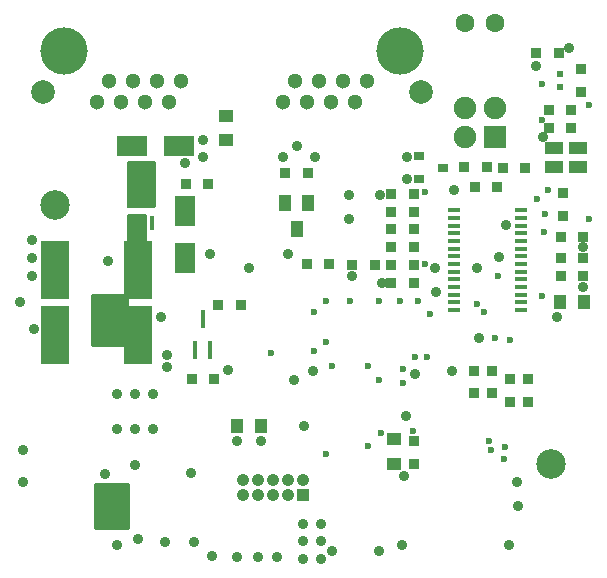
<source format=gts>
G04 #@! TF.FileFunction,Soldermask,Top*
%FSLAX46Y46*%
G04 Gerber Fmt 4.6, Leading zero omitted, Abs format (unit mm)*
G04 Created by KiCad (PCBNEW 4.0.7-e0-6372~58~ubuntu16.10.1) date Thu Nov  8 17:11:35 2018*
%MOMM*%
%LPD*%
G01*
G04 APERTURE LIST*
%ADD10C,0.150000*%
%ADD11C,1.300000*%
%ADD12C,4.000000*%
%ADD13C,2.000000*%
%ADD14R,1.250000X1.000000*%
%ADD15R,1.800860X2.499360*%
%ADD16R,2.499360X1.800860*%
%ADD17R,1.050000X1.050000*%
%ADD18C,1.050000*%
%ADD19R,0.900000X0.900000*%
%ADD20R,0.405000X1.300000*%
%ADD21R,2.235000X1.725000*%
%ADD22R,1.300000X1.000000*%
%ADD23R,1.100000X0.400000*%
%ADD24C,2.500000*%
%ADD25R,0.450000X1.500000*%
%ADD26R,1.000000X1.400000*%
%ADD27R,0.900000X0.800000*%
%ADD28R,1.900000X1.900000*%
%ADD29C,1.900000*%
%ADD30C,1.600000*%
%ADD31R,0.600000X0.600000*%
%ADD32R,1.000000X1.250000*%
%ADD33R,1.600000X1.100000*%
%ADD34R,2.400000X5.000000*%
%ADD35C,0.600000*%
%ADD36C,0.889000*%
%ADD37C,0.254000*%
G04 APERTURE END LIST*
D10*
D11*
X14675000Y-8540000D03*
X8585000Y-8540000D03*
X12645000Y-8540000D03*
X10615000Y-8540000D03*
X13655000Y-10320000D03*
X11625000Y-10320000D03*
X9595000Y-10320000D03*
X7565000Y-10320000D03*
D12*
X33225000Y-6000000D03*
D13*
X3000000Y-9430000D03*
D11*
X23315000Y-10320000D03*
X25345000Y-10320000D03*
X27375000Y-10320000D03*
X29405000Y-10320000D03*
X26365000Y-8540000D03*
X28395000Y-8540000D03*
X24335000Y-8540000D03*
X30425000Y-8540000D03*
D12*
X4775000Y-6000000D03*
D13*
X35000000Y-9430000D03*
D14*
X18500000Y-11500000D03*
X18500000Y-13500000D03*
D15*
X15000000Y-23498980D03*
X15000000Y-19501020D03*
D16*
X10501020Y-14000000D03*
X14498980Y-14000000D03*
D17*
X25000000Y-43600000D03*
D18*
X23730000Y-43600000D03*
X22460000Y-43600000D03*
X21190000Y-43600000D03*
X19920000Y-43600000D03*
X23730000Y-42330000D03*
X22460000Y-42330000D03*
X21190000Y-42330000D03*
X19920000Y-42330000D03*
X25000000Y-42330000D03*
D19*
X16950000Y-17250000D03*
X15050000Y-17250000D03*
D20*
X12175000Y-17050000D03*
X11525000Y-17050000D03*
X10875000Y-17050000D03*
X10225000Y-17050000D03*
X10225000Y-20535000D03*
X10875000Y-20535000D03*
X11525000Y-20535000D03*
X12175000Y-20535000D03*
D21*
X11200000Y-18400000D03*
D22*
X32700000Y-40950000D03*
X32700000Y-38850000D03*
D23*
X37750000Y-19475000D03*
X37750000Y-20125000D03*
X37750000Y-20775000D03*
X37750000Y-21425000D03*
X37750000Y-22075000D03*
X37750000Y-22725000D03*
X37750000Y-23375000D03*
X37750000Y-24025000D03*
X37750000Y-24675000D03*
X37750000Y-25325000D03*
X37750000Y-25975000D03*
X37750000Y-26625000D03*
X37750000Y-27275000D03*
X37750000Y-27925000D03*
X43450000Y-27925000D03*
X43450000Y-27275000D03*
X43450000Y-26625000D03*
X43450000Y-25975000D03*
X43450000Y-25325000D03*
X43450000Y-24675000D03*
X43450000Y-24025000D03*
X43450000Y-23375000D03*
X43450000Y-22725000D03*
X43450000Y-22075000D03*
X43450000Y-21425000D03*
X43450000Y-20775000D03*
X43450000Y-20125000D03*
X43450000Y-19475000D03*
D24*
X4000000Y-19000000D03*
X46000000Y-41000000D03*
D25*
X15850000Y-31330000D03*
X17150000Y-31330000D03*
X16500000Y-28670000D03*
D26*
X25400000Y-18900000D03*
X23500000Y-18900000D03*
X24450000Y-21100000D03*
D27*
X34820000Y-14910000D03*
X34820000Y-16810000D03*
X36820000Y-15860000D03*
D19*
X25300000Y-24000000D03*
X27200000Y-24000000D03*
X19700000Y-27500000D03*
X17800000Y-27500000D03*
X38650000Y-15850000D03*
X40550000Y-15850000D03*
X15550000Y-33750000D03*
X17450000Y-33750000D03*
D28*
X41200000Y-13300000D03*
D29*
X38700000Y-13300000D03*
X41200000Y-10800000D03*
X38700000Y-10800000D03*
D30*
X41200000Y-3620000D03*
X38700000Y-3620000D03*
D19*
X41450000Y-17500000D03*
X39550000Y-17500000D03*
X34350000Y-19600000D03*
X32450000Y-19600000D03*
X34350000Y-22600000D03*
X32450000Y-22600000D03*
X34350000Y-25600000D03*
X32450000Y-25600000D03*
D31*
X46750000Y-9050000D03*
X46750000Y-7950000D03*
D19*
X48500000Y-7550000D03*
X48500000Y-9450000D03*
X47000000Y-18050000D03*
X47000000Y-19950000D03*
X34350000Y-18100000D03*
X32450000Y-18100000D03*
X32450000Y-21100000D03*
X34350000Y-21100000D03*
X46800000Y-23500000D03*
X48700000Y-23500000D03*
X46800000Y-25000000D03*
X48700000Y-25000000D03*
X46800000Y-21700000D03*
X48700000Y-21700000D03*
X23500000Y-16350000D03*
X25400000Y-16350000D03*
X43800000Y-15900000D03*
X41900000Y-15900000D03*
X29150000Y-24100000D03*
X31050000Y-24100000D03*
X34350000Y-24100000D03*
X32450000Y-24100000D03*
X47700000Y-12500000D03*
X45800000Y-12500000D03*
X47700000Y-11000000D03*
X45800000Y-11000000D03*
X34400000Y-39050000D03*
X34400000Y-40950000D03*
X44750000Y-6200000D03*
X46650000Y-6200000D03*
X44000000Y-35700000D03*
X44000000Y-33800000D03*
X42500000Y-35700000D03*
X42500000Y-33800000D03*
X39500000Y-33050000D03*
X39500000Y-34950000D03*
X41000000Y-33050000D03*
X41000000Y-34950000D03*
D32*
X19400000Y-37750000D03*
X21400000Y-37750000D03*
X48750000Y-27250000D03*
X46750000Y-27250000D03*
D33*
X48300000Y-14200000D03*
X46200000Y-14200000D03*
X46200000Y-15800000D03*
X48300000Y-15800000D03*
D34*
X4000000Y-24500000D03*
X11000000Y-24500000D03*
X4000000Y-30000000D03*
X11000000Y-30000000D03*
D35*
X34300000Y-38200000D03*
D36*
X2000000Y-25000000D03*
X2000000Y-23500000D03*
X15500000Y-41750000D03*
X2250000Y-29500000D03*
X1000000Y-27250000D03*
X2000000Y-22000000D03*
X12950000Y-28550000D03*
X17091421Y-23177209D03*
X16500000Y-15000000D03*
D35*
X45250000Y-8750000D03*
D36*
X44750000Y-7250000D03*
D35*
X49200000Y-20200000D03*
X49200000Y-10600000D03*
X45200000Y-11800000D03*
D36*
X45300000Y-13300000D03*
X41600000Y-23400000D03*
X37800000Y-17800000D03*
X31500000Y-18200000D03*
X48700000Y-25950000D03*
X48700000Y-22600000D03*
X21400000Y-39000000D03*
X16500000Y-13500000D03*
X33500000Y-42000000D03*
X1250000Y-42500000D03*
X1250000Y-39750000D03*
X17250000Y-48750000D03*
X19400000Y-48800000D03*
X21200000Y-48800000D03*
X22800000Y-48800000D03*
X18600000Y-33000000D03*
X42400000Y-47800000D03*
X15000000Y-15500000D03*
X28850000Y-18200000D03*
X29150000Y-25000000D03*
X31700000Y-25600000D03*
X42200000Y-20750000D03*
D35*
X35700000Y-28300000D03*
D36*
X33700000Y-36900000D03*
X31400000Y-48300000D03*
X25075000Y-37700000D03*
X36250000Y-26400000D03*
X43100000Y-42500000D03*
X37580000Y-33120000D03*
X33830000Y-14930000D03*
D35*
X25953745Y-28128822D03*
X26953746Y-27128821D03*
D36*
X15762689Y-47534010D03*
X13262689Y-47534010D03*
X11012690Y-47284010D03*
X9262689Y-47784010D03*
X10762689Y-41034010D03*
X8262689Y-41784010D03*
X12262689Y-35034010D03*
X10762689Y-35034010D03*
X9262690Y-35034009D03*
X12262689Y-38034009D03*
X10762689Y-38034009D03*
X9262690Y-38034010D03*
D35*
X9312690Y-43384010D03*
X8112690Y-43384010D03*
X8112689Y-45584009D03*
X9312690Y-45584010D03*
D36*
X8712689Y-44584010D03*
D35*
X26953746Y-30628823D03*
D36*
X25853747Y-33078823D03*
D35*
X33453747Y-34128820D03*
X33453746Y-32878821D03*
X34453748Y-31878821D03*
X35453747Y-31878821D03*
X34703747Y-27128820D03*
X33203747Y-27128822D03*
X31453747Y-27128822D03*
X28953747Y-27128820D03*
X25953745Y-31378819D03*
X27453747Y-32628823D03*
X30453745Y-32628822D03*
X31453746Y-33878822D03*
D36*
X23691421Y-23177207D03*
X20391422Y-24377207D03*
D35*
X45750000Y-17750000D03*
X45400000Y-21350000D03*
X45500000Y-19750000D03*
X31600000Y-38300000D03*
X30475000Y-39400000D03*
X22275000Y-31575000D03*
D36*
X47500000Y-5750000D03*
X46500000Y-28500000D03*
X19400000Y-39000000D03*
X33400000Y-47800000D03*
X26500000Y-49000000D03*
X25000000Y-46000000D03*
X26500000Y-46000000D03*
X26500000Y-47500000D03*
X25000000Y-47500000D03*
X25000000Y-49000000D03*
X28850000Y-20200000D03*
X27400000Y-48300000D03*
X24250000Y-33875000D03*
X36200000Y-24400000D03*
X39900000Y-30300000D03*
X43200000Y-44500000D03*
X34430000Y-33340000D03*
X33820000Y-16800000D03*
X13500000Y-31750000D03*
X13500000Y-32750000D03*
X8500000Y-23750000D03*
X7750000Y-30250000D03*
D13*
X8500000Y-28750000D03*
D36*
X9250000Y-30250000D03*
X9250000Y-27250000D03*
X7750000Y-27250000D03*
D35*
X26900000Y-40100000D03*
X44800000Y-18500000D03*
D36*
X39700000Y-24400000D03*
D35*
X39700000Y-27400000D03*
X40750000Y-39000000D03*
X40900000Y-39800000D03*
X35350000Y-17950000D03*
X35300000Y-24000000D03*
X42100000Y-39500000D03*
X42000000Y-40500000D03*
X40350000Y-28100000D03*
X41500000Y-25000000D03*
X41250000Y-30250000D03*
X42500000Y-30500000D03*
X45250000Y-26750000D03*
D36*
X26000000Y-15000000D03*
X24500000Y-14000000D03*
X23250000Y-15000000D03*
D37*
G36*
X10135689Y-46407010D02*
X7389689Y-46407010D01*
X7389690Y-42661010D01*
X10135689Y-42661009D01*
X10135689Y-46407010D01*
X10135689Y-46407010D01*
G37*
X10135689Y-46407010D02*
X7389689Y-46407010D01*
X7389690Y-42661010D01*
X10135689Y-42661009D01*
X10135689Y-46407010D01*
G36*
X12373000Y-19123000D02*
X10127000Y-19123000D01*
X10127000Y-15377000D01*
X12373000Y-15377000D01*
X12373000Y-19123000D01*
X12373000Y-19123000D01*
G37*
X12373000Y-19123000D02*
X10127000Y-19123000D01*
X10127000Y-15377000D01*
X12373000Y-15377000D01*
X12373000Y-19123000D01*
G36*
X11623000Y-22623000D02*
X10127000Y-22623000D01*
X10127000Y-19877000D01*
X11623000Y-19877000D01*
X11623000Y-22623000D01*
X11623000Y-22623000D01*
G37*
X11623000Y-22623000D02*
X10127000Y-22623000D01*
X10127000Y-19877000D01*
X11623000Y-19877000D01*
X11623000Y-22623000D01*
G36*
X10123000Y-30873000D02*
X7127000Y-30873000D01*
X7127000Y-26627000D01*
X10123000Y-26627000D01*
X10123000Y-30873000D01*
X10123000Y-30873000D01*
G37*
X10123000Y-30873000D02*
X7127000Y-30873000D01*
X7127000Y-26627000D01*
X10123000Y-26627000D01*
X10123000Y-30873000D01*
M02*

</source>
